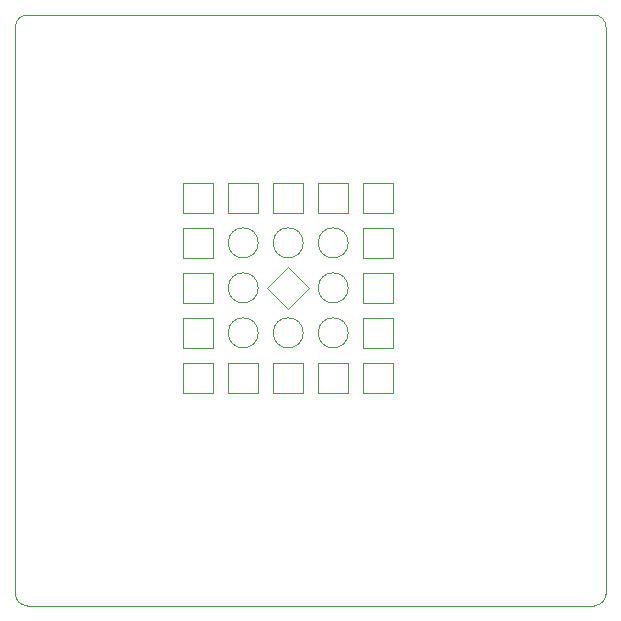
<source format=gm1>
%TF.GenerationSoftware,KiCad,Pcbnew,7.0.5+dfsg-2*%
%TF.CreationDate,2023-06-23T06:34:26+00:00*%
%TF.ProjectId,N5x5_D100_B150_SQcenter-corner,4e357835-5f44-4313-9030-5f423135305f,rev?*%
%TF.SameCoordinates,Original*%
%TF.FileFunction,Profile,NP*%
%FSLAX46Y46*%
G04 Gerber Fmt 4.6, Leading zero omitted, Abs format (unit mm)*
G04 Created by KiCad (PCBNEW 7.0.5+dfsg-2) date 2023-06-23 06:34:26*
%MOMM*%
%LPD*%
G01*
G04 APERTURE LIST*
%TA.AperFunction,Profile*%
%ADD10C,0.100000*%
%TD*%
G04 APERTURE END LIST*
D10*
X137705000Y-94205000D02*
X140245000Y-94205000D01*
X140245000Y-96745000D01*
X137705000Y-96745000D01*
X137705000Y-94205000D01*
X137705000Y-98015000D02*
X140245000Y-98015000D01*
X140245000Y-100555000D01*
X137705000Y-100555000D01*
X137705000Y-98015000D01*
X137705000Y-101825000D02*
X140245000Y-101825000D01*
X140245000Y-104365000D01*
X137705000Y-104365000D01*
X137705000Y-101825000D01*
X137705000Y-105635000D02*
X140245000Y-105635000D01*
X140245000Y-108175000D01*
X137705000Y-108175000D01*
X137705000Y-105635000D01*
X137705000Y-109445000D02*
X140245000Y-109445000D01*
X140245000Y-111985000D01*
X137705000Y-111985000D01*
X137705000Y-109445000D01*
X141515000Y-94205000D02*
X144055000Y-94205000D01*
X144055000Y-96745000D01*
X141515000Y-96745000D01*
X141515000Y-94205000D01*
X144055000Y-99285000D02*
G75*
G03*
X144055000Y-99285000I-1270000J0D01*
G01*
X144055000Y-103095000D02*
G75*
G03*
X144055000Y-103095000I-1270000J0D01*
G01*
X144055000Y-106905000D02*
G75*
G03*
X144055000Y-106905000I-1270000J0D01*
G01*
X141515000Y-109445000D02*
X144055000Y-109445000D01*
X144055000Y-111985000D01*
X141515000Y-111985000D01*
X141515000Y-109445000D01*
X145325000Y-94205000D02*
X147865000Y-94205000D01*
X147865000Y-96745000D01*
X145325000Y-96745000D01*
X145325000Y-94205000D01*
X147865000Y-99285000D02*
G75*
G03*
X147865000Y-99285000I-1270000J0D01*
G01*
X148391051Y-103095000D02*
X146595000Y-104891051D01*
X144798949Y-103095000D01*
X146595000Y-101298949D01*
X148391051Y-103095000D01*
X147865000Y-106905000D02*
G75*
G03*
X147865000Y-106905000I-1270000J0D01*
G01*
X145325000Y-109445000D02*
X147865000Y-109445000D01*
X147865000Y-111985000D01*
X145325000Y-111985000D01*
X145325000Y-109445000D01*
X149135000Y-94205000D02*
X151675000Y-94205000D01*
X151675000Y-96745000D01*
X149135000Y-96745000D01*
X149135000Y-94205000D01*
X151675000Y-99285000D02*
G75*
G03*
X151675000Y-99285000I-1270000J0D01*
G01*
X151675000Y-103095000D02*
G75*
G03*
X151675000Y-103095000I-1270000J0D01*
G01*
X151675000Y-106905000D02*
G75*
G03*
X151675000Y-106905000I-1270000J0D01*
G01*
X149135000Y-109445000D02*
X151675000Y-109445000D01*
X151675000Y-111985000D01*
X149135000Y-111985000D01*
X149135000Y-109445000D01*
X152945000Y-94205000D02*
X155485000Y-94205000D01*
X155485000Y-96745000D01*
X152945000Y-96745000D01*
X152945000Y-94205000D01*
X152945000Y-98015000D02*
X155485000Y-98015000D01*
X155485000Y-100555000D01*
X152945000Y-100555000D01*
X152945000Y-98015000D01*
X152945000Y-101825000D02*
X155485000Y-101825000D01*
X155485000Y-104365000D01*
X152945000Y-104365000D01*
X152945000Y-101825000D01*
X152945000Y-105635000D02*
X155485000Y-105635000D01*
X155485000Y-108175000D01*
X152945000Y-108175000D01*
X152945000Y-105635000D01*
X152945000Y-109445000D02*
X155485000Y-109445000D01*
X155485000Y-111985000D01*
X152945000Y-111985000D01*
X152945000Y-109445000D01*
X123500000Y-129000000D02*
X123500000Y-81000000D01*
X124500000Y-80000000D02*
G75*
G03*
X123500000Y-81000000I0J-1000000D01*
G01*
X124500000Y-80000000D02*
X172500000Y-80000000D01*
X173500000Y-81000000D02*
G75*
G03*
X172500000Y-80000000I-1000000J0D01*
G01*
X173500000Y-81000000D02*
X173500000Y-129000000D01*
X172500000Y-130000000D02*
G75*
G03*
X173500000Y-129000000I0J1000000D01*
G01*
X172500000Y-130000000D02*
X124500000Y-130000000D01*
X123500000Y-129000000D02*
G75*
G03*
X124500000Y-130000000I1000000J0D01*
G01*
M02*

</source>
